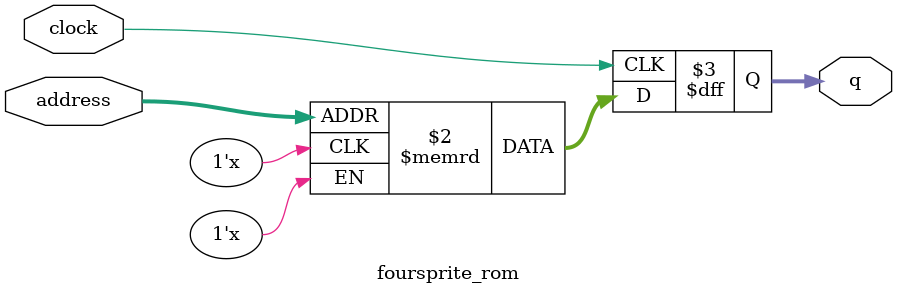
<source format=sv>
module foursprite_rom (
	input logic clock,
	input logic [7:0] address,
	output logic [3:0] q
);

logic [3:0] memory [0:241] /* synthesis ram_init_file = "./foursprite/foursprite.mif" */;

always_ff @ (posedge clock) begin
	q <= memory[address];
end

endmodule

</source>
